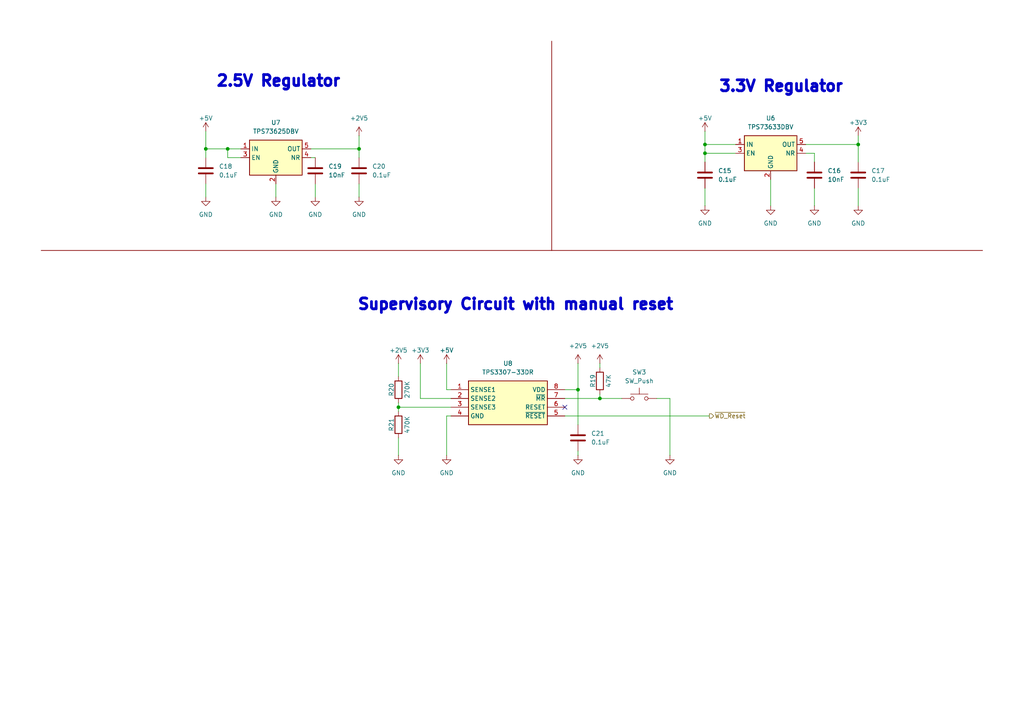
<source format=kicad_sch>
(kicad_sch (version 20231120) (generator "eeschema") (generator_version "8.0")
  (paper "A4")
  (title_block (title "SoM Programmer & Tester") (date "2024-12-20") (rev "0.1") (company "Technische Hochschule Köln") (comment 1 "Felix Sebastian Nitz"))
  (lib_symbols
    (symbol "Device:C" (pin_numbers hide) (pin_names (offset 0.254))
      (property "Reference" "C" (at 0.635 2.54 0))
      (property "Value" "C" (at 0.635 -2.54 0))
      (symbol "C_0_1"
        (polyline (pts (xy -2.032 -0.762) (xy 2.032 -0.762)) (stroke (width 0.508)))
        (polyline (pts (xy -2.032 0.762) (xy 2.032 0.762)) (stroke (width 0.508)))
      )
      (symbol "C_1_1"
        (pin passive line (at 0 3.81 270) (length 2.794) (name "~") (number "1"))
        (pin passive line (at 0 -3.81 90) (length 2.794) (name "~") (number "2"))
      )
    )
    (symbol "Device:R" (pin_numbers hide) (pin_names (offset 0))
      (property "Reference" "R" (at 2.032 0 90))
      (property "Value" "R" (at 0 0 90))
      (symbol "R_0_1"
        (rectangle (start -1.016 -2.54) (end 1.016 2.54) (stroke (width 0.254)))
      )
      (symbol "R_1_1"
        (pin passive line (at 0 3.81 270) (length 1.27) (name "~") (number "1"))
        (pin passive line (at 0 -3.81 90) (length 1.27) (name "~") (number "2"))
      )
    )
    (symbol "Regulator_Linear:TPS73625DBV"
      (property "Reference" "U" (at -6.35 6.35 0))
      (property "Value" "TPS73625DBV" (at 1.27 6.35 0))
      (symbol "TPS73625DBV_0_1"
        (rectangle (start -7.62 -5.08) (end 7.62 5.08) (stroke (width 0.254)) (fill (type background)))
      )
      (symbol "TPS73625DBV_1_1"
        (pin power_in line (at -10.16 2.54 0) (length 2.54) (name "IN") (number "1"))
        (pin power_in line (at 0 -7.62 90) (length 2.54) (name "GND") (number "2"))
        (pin input line (at -10.16 0 0) (length 2.54) (name "EN") (number "3"))
        (pin passive line (at 10.16 0 180) (length 2.54) (name "NR") (number "4"))
        (pin power_out line (at 10.16 2.54 180) (length 2.54) (name "OUT") (number "5"))
      )
    )
    (symbol "Regulator_Linear:TPS73633DBV"
      (property "Reference" "U" (at -6.35 6.35 0))
      (property "Value" "TPS73633DBV" (at 1.27 6.35 0))
      (symbol "TPS73633DBV_0_1"
        (rectangle (start -7.62 -5.08) (end 7.62 5.08) (stroke (width 0.254)) (fill (type background)))
      )
      (symbol "TPS73633DBV_1_1"
        (pin power_in line (at -10.16 2.54 0) (length 2.54) (name "IN") (number "1"))
        (pin power_in line (at 0 -7.62 90) (length 2.54) (name "GND") (number "2"))
        (pin input line (at -10.16 0 0) (length 2.54) (name "EN") (number "3"))
        (pin passive line (at 10.16 0 180) (length 2.54) (name "NR") (number "4"))
        (pin power_out line (at 10.16 2.54 180) (length 2.54) (name "OUT") (number "5"))
      )
    )
    (symbol "Switch:SW_Push" (pin_numbers hide) (pin_names (offset 1.016) hide)
      (property "Reference" "SW" (at 1.27 2.54 0))
      (property "Value" "SW_Push" (at 0 -1.524 0))
      (symbol "SW_Push_0_1"
        (circle (center -2.032 0) (radius 0.508))
        (polyline (pts (xy 0 1.27) (xy 0 3.048)))
        (polyline (pts (xy 2.54 1.27) (xy -2.54 1.27)))
        (circle (center 2.032 0) (radius 0.508))
        (pin passive line (at -5.08 0 0) (length 2.54) (name "1") (number "1"))
        (pin passive line (at 5.08 0 180) (length 2.54) (name "2") (number "2"))
      )
    )
    (symbol "ccsom_lib:TPS3307-33DR"
      (property "Reference" "IC" (at 29.21 7.62 0))
      (property "Value" "TPS3307-33DR" (at 29.21 5.08 0))
      (symbol "TPS3307-33DR_1_1"
        (rectangle (start 5.08 2.54) (end 27.94 -10.16) (stroke (width 0.254)) (fill (type background)))
        (pin passive line (at 0 0 0) (length 5.08) (name "SENSE1") (number "1"))
        (pin passive line (at 0 -2.54 0) (length 5.08) (name "SENSE2") (number "2"))
        (pin passive line (at 0 -5.08 0) (length 5.08) (name "SENSE3") (number "3"))
        (pin passive line (at 0 -7.62 0) (length 5.08) (name "GND") (number "4"))
        (pin passive line (at 33.02 -7.62 180) (length 5.08) (name "~{RESET}") (number "5"))
        (pin passive line (at 33.02 -5.08 180) (length 5.08) (name "RESET") (number "6"))
        (pin passive line (at 33.02 -2.54 180) (length 5.08) (name "~{MR}") (number "7"))
        (pin passive line (at 33.02 0 180) (length 5.08) (name "VDD") (number "8"))
      )
    )
    (symbol "power:+2V5" (power) (pin_numbers hide) (pin_names (offset 0) hide)
      (property "Value" "+2V5" (at 0 3.556 0))
      (symbol "+2V5_0_1"
        (polyline (pts (xy -0.762 1.27) (xy 0 2.54)))
        (polyline (pts (xy 0 0) (xy 0 2.54)))
        (polyline (pts (xy 0 2.54) (xy 0.762 1.27)))
      )
      (symbol "+2V5_1_1"
        (pin power_in line (at 0 0 90) (length 0) (name "~") (number "1"))
      )
    )
    (symbol "power:+5C" (power) (pin_numbers hide) (pin_names (offset 0) hide)
      (property "Value" "+5C" (at 0 3.556 0))
      (symbol "+5C_0_1"
        (polyline (pts (xy -0.762 1.27) (xy 0 2.54)))
        (polyline (pts (xy 0 0) (xy 0 2.54)))
        (polyline (pts (xy 0 2.54) (xy 0.762 1.27)))
      )
      (symbol "+5C_1_1"
        (pin power_in line (at 0 0 90) (length 0) (name "~") (number "1"))
      )
    )
    (symbol "power:GND" (power) (pin_numbers hide) (pin_names (offset 0) hide)
      (property "Value" "GND" (at 0 -3.81 0))
      (symbol "GND_0_1"
        (polyline (pts (xy 0 0) (xy 0 -1.27) (xy 1.27 -1.27) (xy 0 -2.54) (xy -1.27 -1.27) (xy 0 -1.27)))
      )
      (symbol "GND_1_1"
        (pin power_in line (at 0 0 270) (length 0) (name "~") (number "1"))
      )
    )
  )
  (junction (at 173.99 115.57))
  (junction (at 204.47 44.45))
  (junction (at 115.57 118.11))
  (junction (at 59.69 43.18))
  (junction (at 248.92 41.91))
  (junction (at 66.04 43.18))
  (junction (at 204.47 41.91))
  (junction (at 104.14 43.18))
  (junction (at 167.64 113.03))
  (no_connect (at 163.83 118.11))
  (wire (pts (xy 173.99 106.68) (xy 173.99 105.41)))
  (wire (pts (xy 59.69 53.34) (xy 59.69 57.15)))
  (wire (pts (xy 121.92 105.41) (xy 121.92 115.57)))
  (wire (pts (xy 248.92 54.61) (xy 248.92 59.69)))
  (wire (pts (xy 129.54 120.65) (xy 130.81 120.65)))
  (wire (pts (xy 204.47 41.91) (xy 204.47 44.45)))
  (wire (pts (xy 115.57 127) (xy 115.57 132.08)))
  (wire (pts (xy 59.69 43.18) (xy 59.69 45.72)))
  (wire (pts (xy 66.04 43.18) (xy 66.04 45.72)))
  (wire (pts (xy 59.69 38.1) (xy 59.69 43.18)))
  (wire (pts (xy 121.92 115.57) (xy 130.81 115.57)))
  (wire (pts (xy 115.57 105.41) (xy 115.57 109.22)))
  (wire (pts (xy 173.99 114.3) (xy 173.99 115.57)))
  (wire (pts (xy 163.83 120.65) (xy 205.74 120.65)))
  (polyline (pts (xy 11.938 72.644) (xy 284.988 72.644)) (stroke (width 0.2) (color 132 0 0 1)))
  (wire (pts (xy 213.36 41.91) (xy 204.47 41.91)))
  (wire (pts (xy 167.64 113.03) (xy 167.64 123.19)))
  (wire (pts (xy 129.54 113.03) (xy 130.81 113.03)))
  (wire (pts (xy 59.69 43.18) (xy 66.04 43.18)))
  (wire (pts (xy 204.47 54.61) (xy 204.47 59.69)))
  (wire (pts (xy 90.17 45.72) (xy 91.44 45.72)))
  (wire (pts (xy 167.64 130.81) (xy 167.64 132.08)))
  (polyline (pts (xy 160.02 11.938) (xy 160.02 72.644)) (stroke (width 0.2) (color 132 0 0 1)))
  (wire (pts (xy 233.68 44.45) (xy 236.22 44.45)))
  (wire (pts (xy 163.83 113.03) (xy 167.64 113.03)))
  (wire (pts (xy 91.44 53.34) (xy 91.44 57.15)))
  (wire (pts (xy 194.31 115.57) (xy 194.31 132.08)))
  (wire (pts (xy 248.92 46.99) (xy 248.92 41.91)))
  (wire (pts (xy 115.57 118.11) (xy 115.57 119.38)))
  (wire (pts (xy 66.04 45.72) (xy 69.85 45.72)))
  (wire (pts (xy 80.01 53.34) (xy 80.01 57.15)))
  (wire (pts (xy 167.64 105.41) (xy 167.64 113.03)))
  (wire (pts (xy 190.5 115.57) (xy 194.31 115.57)))
  (wire (pts (xy 129.54 120.65) (xy 129.54 132.08)))
  (wire (pts (xy 173.99 115.57) (xy 180.34 115.57)))
  (wire (pts (xy 248.92 39.37) (xy 248.92 41.91)))
  (wire (pts (xy 204.47 38.1) (xy 204.47 41.91)))
  (wire (pts (xy 104.14 43.18) (xy 104.14 45.72)))
  (wire (pts (xy 163.83 115.57) (xy 173.99 115.57)))
  (wire (pts (xy 236.22 44.45) (xy 236.22 46.99)))
  (wire (pts (xy 204.47 46.99) (xy 204.47 44.45)))
  (wire (pts (xy 115.57 118.11) (xy 130.81 118.11)))
  (wire (pts (xy 204.47 44.45) (xy 213.36 44.45)))
  (wire (pts (xy 129.54 105.41) (xy 129.54 113.03)))
  (wire (pts (xy 236.22 54.61) (xy 236.22 59.69)))
  (wire (pts (xy 90.17 43.18) (xy 104.14 43.18)))
  (wire (pts (xy 104.14 53.34) (xy 104.14 57.15)))
  (wire (pts (xy 104.14 39.37) (xy 104.14 43.18)))
  (wire (pts (xy 66.04 43.18) (xy 69.85 43.18)))
  (wire (pts (xy 115.57 116.84) (xy 115.57 118.11)))
  (wire (pts (xy 233.68 41.91) (xy 248.92 41.91)))
  (wire (pts (xy 223.52 52.07) (xy 223.52 59.69)))
  (text " Supervisory Circuit with manual reset" (at 148.336 88.392 0) (effects (font (size 3.175 3.175) (thickness 1.27) (bold yes))))
  (text "3.3V Regulator" (at 226.568 25.146 0) (effects (font (size 3.175 3.175) (thickness 1.27) (bold yes))))
  (text "2.5V Regulator" (at 80.772 23.622 0) (effects (font (size 3.175 3.175) (thickness 1.27) (bold yes))))
  (hierarchical_label "~{WD_Reset}" (shape output) (at 205.74 120.65 0))
  (symbol (lib_id "power:GND") (at 91.44 57.15 0) (unit 1)
    (property "Reference" "#PWR0198" (effects (hide yes)))
    (property "Value" "GND" (at 91.44 62.23 0))
    (property "Description" "Power symbol creates a global label with name \"GND\" , ground" (effects (hide yes)))
  )
  (symbol (lib_id "Regulator_Linear:TPS73625DBV") (at 80.01 45.72 0) (unit 1)
    (property "Reference" "U7" (at 80.01 35.56 0))
    (property "Value" "TPS73625DBV" (at 80.01 38.1 0))
    (property "Footprint" "Package_TO_SOT_SMD:SOT-23-5" (effects (hide yes)))
    (property "Datasheet" "http://www.ti.com/lit/ds/symlink/tps736.pdf" (effects (hide yes)))
    (property "Description" "Cap free NMOS 400mA Low Drop 2.5V Regulator, SOT-23-5" (effects (hide yes)))
    (property "Mouser Part Number" "595-TPS73625DBVT" (effects (hide yes)))
  )
  (symbol (lib_id "power:GND") (at 115.57 132.08 0) (unit 1)
    (property "Reference" "#PWR0205" (effects (hide yes)))
    (property "Value" "GND" (at 115.57 137.16 0))
    (property "Description" "Power symbol creates a global label with name \"GND\" , ground" (effects (hide yes)))
  )
  (symbol (lib_id "power:+5C") (at 121.92 105.41 0) (unit 1)
    (property "Reference" "#PWR0201" (effects (hide yes)))
    (property "Value" "+3V3" (at 121.92 101.6 0))
    (property "Description" "Power symbol creates a global label with name \"+5C\"" (effects (hide yes)))
  )
  (symbol (lib_id "Device:R") (at 173.99 110.49 0) (mirror y) (unit 1)
    (property "Reference" "R19" (at 171.958 110.49 90))
    (property "Value" "47K" (at 176.53 110.49 90))
    (property "Footprint" "Resistor_SMD:R_0603_1608Metric" (effects (hide yes)))
    (property "Description" "Resistor" (effects (hide yes)))
    (property "Mouser Part Number" "71-CRCW060347K0FKED" (effects (hide yes)))
  )
  (symbol (lib_id "power:GND") (at 104.14 57.15 0) (unit 1)
    (property "Reference" "#PWR0199" (effects (hide yes)))
    (property "Value" "GND" (at 104.14 62.23 0))
    (property "Description" "Power symbol creates a global label with name \"GND\" , ground" (effects (hide yes)))
  )
  (symbol (lib_id "power:GND") (at 129.54 132.08 0) (unit 1)
    (property "Reference" "#PWR0206" (effects (hide yes)))
    (property "Value" "GND" (at 129.54 137.16 0))
    (property "Description" "Power symbol creates a global label with name \"GND\" , ground" (effects (hide yes)))
  )
  (symbol (lib_id "power:+5C") (at 59.69 38.1 0) (unit 1)
    (property "Reference" "#PWR0190" (effects (hide yes)))
    (property "Value" "+5V" (at 59.69 34.29 0))
    (property "Description" "Power symbol creates a global label with name \"+5C\"" (effects (hide yes)))
  )
  (symbol (lib_id "power:GND") (at 80.01 57.15 0) (unit 1)
    (property "Reference" "#PWR0197" (effects (hide yes)))
    (property "Value" "GND" (at 80.01 62.23 0))
    (property "Description" "Power symbol creates a global label with name \"GND\" , ground" (effects (hide yes)))
  )
  (symbol (lib_id "Device:C") (at 236.22 50.8 0) (unit 1)
    (property "Reference" "C16" (at 240.03 49.5299 0) (effects (justify left)))
    (property "Value" "10nF" (at 240.03 52.0699 0) (effects (justify left)))
    (property "Footprint" "Capacitor_SMD:C_0603_1608Metric" (effects (hide yes)))
    (property "Description" "Unpolarized capacitor" (effects (hide yes)))
    (property "Mouser Part Number" "80-C0603X103J4HAUTO" (effects (hide yes)))
  )
  (symbol (lib_id "power:+2V5") (at 115.57 105.41 0) (unit 1)
    (property "Reference" "#PWR0200" (effects (hide yes)))
    (property "Value" "+2V5" (at 115.57 101.6 0))
    (property "Description" "Power symbol creates a global label with name \"+2V5\"" (effects (hide yes)))
  )
  (symbol (lib_id "power:+5C") (at 248.92 39.37 0) (unit 1)
    (property "Reference" "#PWR0189" (effects (hide yes)))
    (property "Value" "+3V3" (at 248.92 35.56 0))
    (property "Description" "Power symbol creates a global label with name \"+5C\"" (effects (hide yes)))
  )
  (symbol (lib_id "power:GND") (at 194.31 132.08 0) (unit 1)
    (property "Reference" "#PWR0208" (effects (hide yes)))
    (property "Value" "GND" (at 194.31 137.16 0))
    (property "Description" "Power symbol creates a global label with name \"GND\" , ground" (effects (hide yes)))
  )
  (symbol (lib_id "power:GND") (at 223.52 59.69 0) (unit 1)
    (property "Reference" "#PWR0193" (effects (hide yes)))
    (property "Value" "GND" (at 223.52 64.77 0))
    (property "Description" "Power symbol creates a global label with name \"GND\" , ground" (effects (hide yes)))
  )
  (symbol (lib_id "power:GND") (at 204.47 59.69 0) (unit 1)
    (property "Reference" "#PWR0192" (effects (hide yes)))
    (property "Value" "GND" (at 204.47 64.77 0))
    (property "Description" "Power symbol creates a global label with name \"GND\" , ground" (effects (hide yes)))
  )
  (symbol (lib_id "power:GND") (at 167.64 132.08 0) (unit 1)
    (property "Reference" "#PWR0207" (effects (hide yes)))
    (property "Value" "GND" (at 167.64 137.16 0))
    (property "Description" "Power symbol creates a global label with name \"GND\" , ground" (effects (hide yes)))
  )
  (symbol (lib_id "ccsom_lib:TPS3307-33DR") (at 130.81 113.03 0) (unit 1)
    (property "Reference" "U8" (at 147.32 105.41 0))
    (property "Value" "TPS3307-33DR" (at 147.32 107.95 0))
    (property "Footprint" "ccsom_Footprint_lib:SOIC-8_5.8x3.81mm" (effects (hide yes)))
    (property "Datasheet" "http://www.ti.com/lit/gpn/tps3307" (effects (hide yes)))
    (property "Description" "Triple Processor Supervisory Circuit" (effects (hide yes)))
    (property "Height" "1.75" (effects (hide yes)))
    (property "Mouser Part Number" "595-TPS3307-33DR" (effects (hide yes)))
    (property "Mouser Price/Stock" "https://www.mouser.co.uk/ProductDetail/Texas-Instruments/TPS3307-33DR?qs=g%2FrhRe7LVpT4WdTNIYlIAw%3D%3D" (effects (hide yes)))
    (property "Manufacturer_Name" "Texas Instruments" (effects (hide yes)))
    (property "Manufacturer_Part_Number" "TPS3307-33DR" (effects (hide yes)))
  )
  (symbol (lib_id "power:+2V5") (at 173.99 105.41 0) (unit 1)
    (property "Reference" "#PWR0204" (effects (hide yes)))
    (property "Value" "+2V5" (at 173.99 100.33 0))
    (property "Description" "Power symbol creates a global label with name \"+2V5\"" (effects (hide yes)))
  )
  (symbol (lib_id "power:GND") (at 59.69 57.15 0) (unit 1)
    (property "Reference" "#PWR0196" (effects (hide yes)))
    (property "Value" "GND" (at 59.69 62.23 0))
    (property "Description" "Power symbol creates a global label with name \"GND\" , ground" (effects (hide yes)))
  )
  (symbol (lib_id "power:GND") (at 236.22 59.69 0) (unit 1)
    (property "Reference" "#PWR0194" (effects (hide yes)))
    (property "Value" "GND" (at 236.22 64.77 0))
    (property "Description" "Power symbol creates a global label with name \"GND\" , ground" (effects (hide yes)))
  )
  (symbol (lib_id "Device:C") (at 248.92 50.8 0) (unit 1)
    (property "Reference" "C17" (at 252.73 49.5299 0) (effects (justify left)))
    (property "Value" "0.1uF" (at 252.73 52.0699 0) (effects (justify left)))
    (property "Footprint" "Capacitor_SMD:C_0603_1608Metric" (effects (hide yes)))
    (property "Description" "Unpolarized capacitor" (effects (hide yes)))
    (property "Mouser Part Number" "80-C0603C104M4R7411" (effects (hide yes)))
  )
  (symbol (lib_id "power:GND") (at 248.92 59.69 0) (unit 1)
    (property "Reference" "#PWR0195" (effects (hide yes)))
    (property "Value" "GND" (at 248.92 64.77 0))
    (property "Description" "Power symbol creates a global label with name \"GND\" , ground" (effects (hide yes)))
  )
  (symbol (lib_id "Device:C") (at 104.14 49.53 0) (unit 1)
    (property "Reference" "C20" (at 107.95 48.2599 0) (effects (justify left)))
    (property "Value" "0.1uF" (at 107.95 50.7999 0) (effects (justify left)))
    (property "Footprint" "Capacitor_SMD:C_0603_1608Metric" (effects (hide yes)))
    (property "Description" "Unpolarized capacitor" (effects (hide yes)))
    (property "Mouser Part Number" "80-C0603C104M4R7411" (effects (hide yes)))
  )
  (symbol (lib_id "Device:C") (at 204.47 50.8 0) (unit 1)
    (property "Reference" "C15" (at 208.28 49.5299 0) (effects (justify left)))
    (property "Value" "0.1uF" (at 208.28 52.0699 0) (effects (justify left)))
    (property "Footprint" "Capacitor_SMD:C_0603_1608Metric" (effects (hide yes)))
    (property "Description" "Unpolarized capacitor" (effects (hide yes)))
    (property "Mouser Part Number" "80-C0603C104M4R7411" (effects (hide yes)))
  )
  (symbol (lib_id "Device:C") (at 91.44 49.53 0) (unit 1)
    (property "Reference" "C19" (at 95.25 48.2599 0) (effects (justify left)))
    (property "Value" "10nF" (at 95.25 50.7999 0) (effects (justify left)))
    (property "Footprint" "Capacitor_SMD:C_0603_1608Metric" (effects (hide yes)))
    (property "Description" "Unpolarized capacitor" (effects (hide yes)))
    (property "Mouser Part Number" "80-C0603X103J4HAUTO" (effects (hide yes)))
  )
  (symbol (lib_id "Device:R") (at 115.57 123.19 0) (mirror y) (unit 1)
    (property "Reference" "R21" (at 113.538 123.19 90))
    (property "Value" "470K" (at 118.11 123.19 90))
    (property "Footprint" "Resistor_SMD:R_0603_1608Metric" (effects (hide yes)))
    (property "Description" "Resistor" (effects (hide yes)))
    (property "Mouser Part Number" "71-CRCW0603470KFKEAH" (effects (hide yes)))
  )
  (symbol (lib_id "power:+5C") (at 204.47 38.1 0) (unit 1)
    (property "Reference" "#PWR0188" (effects (hide yes)))
    (property "Value" "+5V" (at 204.47 34.29 0))
    (property "Description" "Power symbol creates a global label with name \"+5C\"" (effects (hide yes)))
  )
  (symbol (lib_id "power:+5C") (at 129.54 105.41 0) (unit 1)
    (property "Reference" "#PWR0202" (effects (hide yes)))
    (property "Value" "+5V" (at 129.54 101.6 0))
    (property "Description" "Power symbol creates a global label with name \"+5C\"" (effects (hide yes)))
  )
  (symbol (lib_id "Device:R") (at 115.57 113.03 0) (mirror y) (unit 1)
    (property "Reference" "R20" (at 113.538 113.03 90))
    (property "Value" "270K" (at 118.11 113.03 90))
    (property "Footprint" "Resistor_SMD:R_0603_1608Metric" (effects (hide yes)))
    (property "Description" "Resistor" (effects (hide yes)))
    (property "Mouser Part Number" "71-CRCW0603-270K-E3" (effects (hide yes)))
  )
  (symbol (lib_id "Regulator_Linear:TPS73633DBV") (at 223.52 44.45 0) (unit 1)
    (property "Reference" "U6" (at 223.52 34.29 0))
    (property "Value" "TPS73633DBV" (at 223.52 36.83 0))
    (property "Footprint" "Package_TO_SOT_SMD:SOT-23-5" (effects (hide yes)))
    (property "Datasheet" "http://www.ti.com/lit/ds/symlink/tps736.pdf" (effects (hide yes)))
    (property "Description" "Cap free NMOS 400mA Low Drop 3.3V Regulator, SOT-23-5" (effects (hide yes)))
    (property "Mouser Part Number" "595-TPS73633DBVRG4" (effects (hide yes)))
  )
  (symbol (lib_id "Device:C") (at 59.69 49.53 0) (unit 1)
    (property "Reference" "C18" (at 63.5 48.2599 0) (effects (justify left)))
    (property "Value" "0.1uF" (at 63.5 50.7999 0) (effects (justify left)))
    (property "Footprint" "Capacitor_SMD:C_0603_1608Metric" (effects (hide yes)))
    (property "Description" "Unpolarized capacitor" (effects (hide yes)))
    (property "Mouser Part Number" "80-C0603C104M4R7411" (effects (hide yes)))
  )
  (symbol (lib_id "Switch:SW_Push") (at 185.42 115.57 0) (unit 1)
    (property "Reference" "SW3" (at 185.42 107.95 0))
    (property "Value" "SW_Push" (at 185.42 110.49 0))
    (property "Footprint" "Button_Switch_SMD:SW_SPST_TL3305A" (effects (hide yes)))
    (property "Description" "Push button switch, generic, two pins" (effects (hide yes)))
    (property "Mouser Part Number" "612-TL3305AF260QG" (effects (hide yes)))
  )
  (symbol (lib_id "power:+2V5") (at 104.14 39.37 0) (unit 1)
    (property "Reference" "#PWR0191" (effects (hide yes)))
    (property "Value" "+2V5" (at 104.14 34.29 0))
    (property "Description" "Power symbol creates a global label with name \"+2V5\"" (effects (hide yes)))
  )
  (symbol (lib_id "power:+2V5") (at 167.64 105.41 0) (unit 1)
    (property "Reference" "#PWR0203" (effects (hide yes)))
    (property "Value" "+2V5" (at 167.64 100.33 0))
    (property "Description" "Power symbol creates a global label with name \"+2V5\"" (effects (hide yes)))
  )
  (symbol (lib_id "Device:C") (at 167.64 127 0) (unit 1)
    (property "Reference" "C21" (at 171.45 125.7299 0) (effects (justify left)))
    (property "Value" "0.1uF" (at 171.45 128.2699 0) (effects (justify left)))
    (property "Footprint" "Capacitor_SMD:C_0603_1608Metric" (effects (hide yes)))
    (property "Description" "Unpolarized capacitor" (effects (hide yes)))
    (property "Mouser Part Number" "80-C0603C104M4R7411" (effects (hide yes)))
  )
)
</source>
